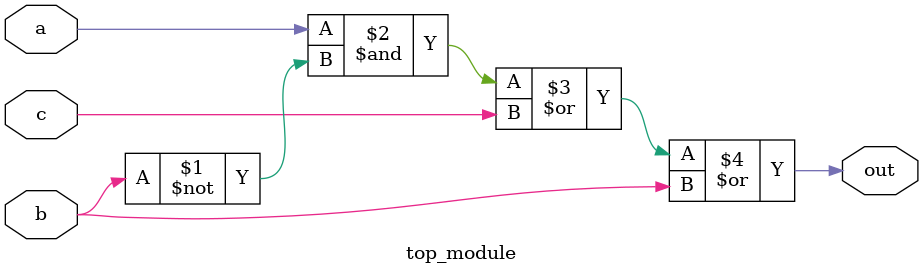
<source format=v>
module top_module(
    input a,
    input b,
    input c,
    output out  ); 
    assign out = a&(~b)| c| b ;

endmodule

</source>
